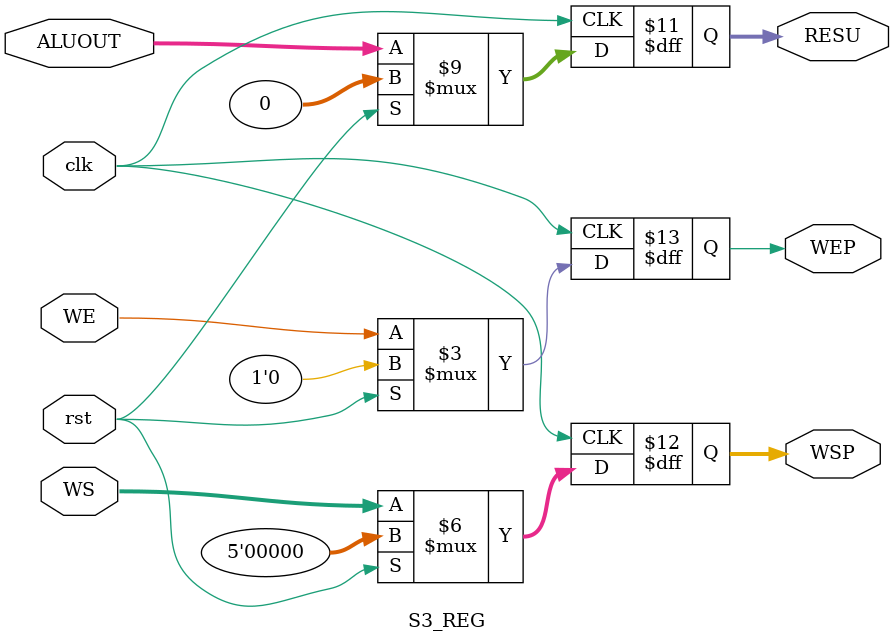
<source format=v>
`timescale 1ns / 1ps


module S3_REG(
        input [31:0] ALUOUT,
        input [4:0] WS,
        input WE,
        input clk, rst,
        output reg [31:0] RESU,
        output reg [4:0] WSP,
        output reg WEP
    );
    
    always @(posedge clk)
        begin
            if(rst) begin
                RESU <= 0;
                WSP <= 0;
                WEP <= 0;
            end
            else begin
                RESU <= ALUOUT;
                WSP <= WS;
                WEP <= WE;
            end
        end
endmodule

</source>
